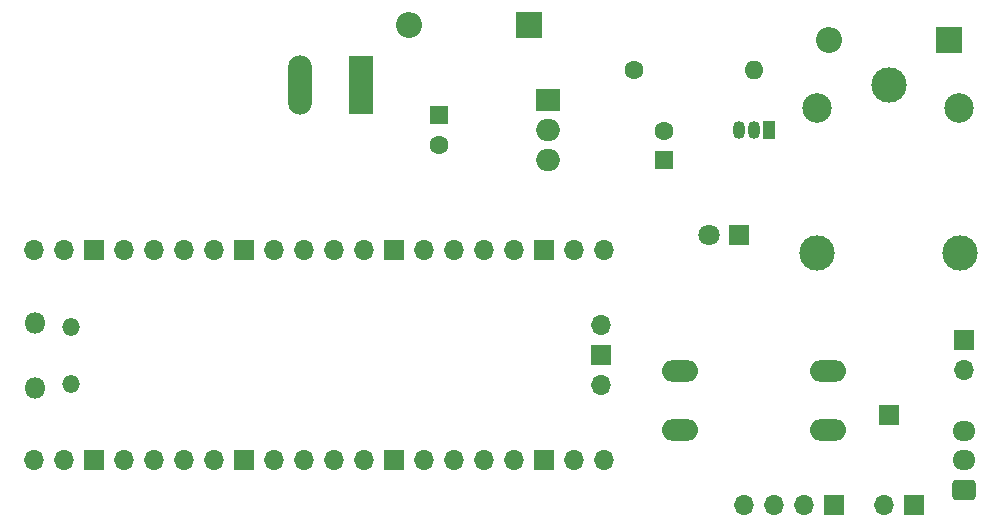
<source format=gbr>
%TF.GenerationSoftware,KiCad,Pcbnew,(6.0.9)*%
%TF.CreationDate,2022-11-10T13:56:48+05:30*%
%TF.ProjectId,Kajimba,4b616a69-6d62-4612-9e6b-696361645f70,rev?*%
%TF.SameCoordinates,Original*%
%TF.FileFunction,Soldermask,Bot*%
%TF.FilePolarity,Negative*%
%FSLAX46Y46*%
G04 Gerber Fmt 4.6, Leading zero omitted, Abs format (unit mm)*
G04 Created by KiCad (PCBNEW (6.0.9)) date 2022-11-10 13:56:48*
%MOMM*%
%LPD*%
G01*
G04 APERTURE LIST*
G04 Aperture macros list*
%AMRoundRect*
0 Rectangle with rounded corners*
0 $1 Rounding radius*
0 $2 $3 $4 $5 $6 $7 $8 $9 X,Y pos of 4 corners*
0 Add a 4 corners polygon primitive as box body*
4,1,4,$2,$3,$4,$5,$6,$7,$8,$9,$2,$3,0*
0 Add four circle primitives for the rounded corners*
1,1,$1+$1,$2,$3*
1,1,$1+$1,$4,$5*
1,1,$1+$1,$6,$7*
1,1,$1+$1,$8,$9*
0 Add four rect primitives between the rounded corners*
20,1,$1+$1,$2,$3,$4,$5,0*
20,1,$1+$1,$4,$5,$6,$7,0*
20,1,$1+$1,$6,$7,$8,$9,0*
20,1,$1+$1,$8,$9,$2,$3,0*%
G04 Aperture macros list end*
%ADD10R,2.200000X2.200000*%
%ADD11O,2.200000X2.200000*%
%ADD12R,1.600000X1.600000*%
%ADD13C,1.600000*%
%ADD14R,1.700000X1.700000*%
%ADD15O,1.700000X1.700000*%
%ADD16RoundRect,0.250000X0.725000X-0.600000X0.725000X0.600000X-0.725000X0.600000X-0.725000X-0.600000X0*%
%ADD17O,1.950000X1.700000*%
%ADD18C,3.000000*%
%ADD19C,2.500000*%
%ADD20R,2.020000X5.020000*%
%ADD21O,2.020000X5.020000*%
%ADD22R,1.800000X1.800000*%
%ADD23C,1.800000*%
%ADD24O,3.048000X1.850000*%
%ADD25O,1.600000X1.600000*%
%ADD26R,1.050000X1.500000*%
%ADD27O,1.050000X1.500000*%
%ADD28R,2.000000X1.905000*%
%ADD29O,2.000000X1.905000*%
%ADD30O,1.800000X1.800000*%
%ADD31O,1.500000X1.500000*%
G04 APERTURE END LIST*
D10*
%TO.C,D2*%
X143510000Y-77470000D03*
D11*
X133350000Y-77470000D03*
%TD*%
D12*
%TO.C,C1*%
X135890000Y-85090000D03*
D13*
X135890000Y-87590000D03*
%TD*%
D14*
%TO.C,J4*%
X173990000Y-110490000D03*
%TD*%
%TO.C,J5*%
X176149000Y-118110000D03*
D15*
X173609000Y-118110000D03*
%TD*%
D16*
%TO.C,J2*%
X180340000Y-116800000D03*
D17*
X180340000Y-114300000D03*
X180340000Y-111800000D03*
%TD*%
D18*
%TO.C,K1*%
X173990000Y-82550000D03*
D19*
X167940000Y-84500000D03*
D18*
X167940000Y-96700000D03*
X179990000Y-96750000D03*
D19*
X179940000Y-84500000D03*
%TD*%
D20*
%TO.C,J1*%
X129280000Y-82550000D03*
D21*
X124100000Y-82550000D03*
%TD*%
D22*
%TO.C,D1*%
X161290000Y-95250000D03*
D23*
X158750000Y-95250000D03*
%TD*%
D24*
%TO.C,SW1*%
X156320000Y-106720000D03*
X168820000Y-106720000D03*
X156320000Y-111720000D03*
X168820000Y-111720000D03*
%TD*%
D14*
%TO.C,J3*%
X169370000Y-118110000D03*
D15*
X166830000Y-118110000D03*
X164290000Y-118110000D03*
X161750000Y-118110000D03*
%TD*%
D14*
%TO.C,J6*%
X180340000Y-104140000D03*
D15*
X180340000Y-106680000D03*
%TD*%
D13*
%TO.C,R1*%
X152400000Y-81280000D03*
D25*
X162560000Y-81280000D03*
%TD*%
D26*
%TO.C,Q1*%
X163830000Y-86360000D03*
D27*
X162560000Y-86360000D03*
X161290000Y-86360000D03*
%TD*%
D28*
%TO.C,U2*%
X145105000Y-83820000D03*
D29*
X145105000Y-86360000D03*
X145105000Y-88900000D03*
%TD*%
D10*
%TO.C,D3*%
X179070000Y-78740000D03*
D11*
X168910000Y-78740000D03*
%TD*%
D12*
%TO.C,C2*%
X154940000Y-88900000D03*
D13*
X154940000Y-86400000D03*
%TD*%
D30*
%TO.C,U1*%
X101730000Y-102685000D03*
D31*
X104760000Y-102985000D03*
D30*
X101730000Y-108135000D03*
D31*
X104760000Y-107835000D03*
D15*
X101600000Y-114300000D03*
X104140000Y-114300000D03*
D14*
X106680000Y-114300000D03*
D15*
X109220000Y-114300000D03*
X111760000Y-114300000D03*
X114300000Y-114300000D03*
X116840000Y-114300000D03*
D14*
X119380000Y-114300000D03*
D15*
X121920000Y-114300000D03*
X124460000Y-114300000D03*
X127000000Y-114300000D03*
X129540000Y-114300000D03*
D14*
X132080000Y-114300000D03*
D15*
X134620000Y-114300000D03*
X137160000Y-114300000D03*
X139700000Y-114300000D03*
X142240000Y-114300000D03*
D14*
X144780000Y-114300000D03*
D15*
X147320000Y-114300000D03*
X149860000Y-114300000D03*
X149860000Y-96520000D03*
X147320000Y-96520000D03*
D14*
X144780000Y-96520000D03*
D15*
X142240000Y-96520000D03*
X139700000Y-96520000D03*
X137160000Y-96520000D03*
X134620000Y-96520000D03*
D14*
X132080000Y-96520000D03*
D15*
X129540000Y-96520000D03*
X127000000Y-96520000D03*
X124460000Y-96520000D03*
X121920000Y-96520000D03*
D14*
X119380000Y-96520000D03*
D15*
X116840000Y-96520000D03*
X114300000Y-96520000D03*
X111760000Y-96520000D03*
X109220000Y-96520000D03*
D14*
X106680000Y-96520000D03*
D15*
X104140000Y-96520000D03*
X101600000Y-96520000D03*
X149630000Y-107950000D03*
D14*
X149630000Y-105410000D03*
D15*
X149630000Y-102870000D03*
%TD*%
M02*

</source>
